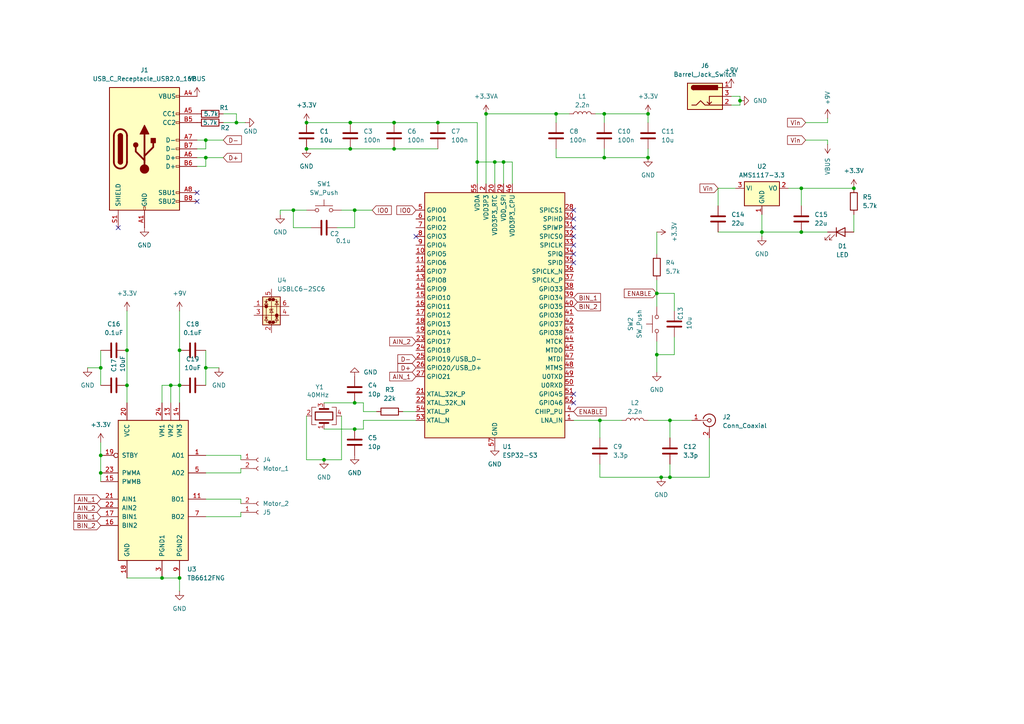
<source format=kicad_sch>
(kicad_sch (version 20231120) (generator "eeschema") (generator_version "8.0")
  (paper "A4")
  (lib_symbols
    (symbol "Connector:Barrel_Jack_Switch" (pin_names hide)
      (property "Reference" "J" (at 0 5.334 0))
      (property "Value" "Barrel_Jack_Switch" (at 0 -5.08 0))
      (symbol "Barrel_Jack_Switch_0_1"
        (rectangle (start -5.08 3.81) (end 5.08 -3.81) (stroke (width 0.254)) (fill (type background)))
        (arc (start -3.302 3.175) (mid -3.9343 2.54) (end -3.302 1.905) (stroke (width 0.254)))
        (arc (start -3.302 3.175) (mid -3.9343 2.54) (end -3.302 1.905) (stroke (width 0.254)) (fill (type outline)))
        (polyline (pts (xy 1.27 -2.286) (xy 1.905 -1.651)) (stroke (width 0.254)))
        (polyline (pts (xy 5.08 2.54) (xy 3.81 2.54)) (stroke (width 0.254)))
        (polyline (pts (xy 5.08 0) (xy 1.27 0) (xy 1.27 -2.286) (xy 0.635 -1.651)) (stroke (width 0.254)))
        (polyline (pts (xy -3.81 -2.54) (xy -2.54 -2.54) (xy -1.27 -1.27) (xy 0 -2.54) (xy 2.54 -2.54) (xy 5.08 -2.54)) (stroke (width 0.254)))
        (rectangle (start 3.683 3.175) (end -3.302 1.905) (stroke (width 0.254)) (fill (type outline)))
      )
      (symbol "Barrel_Jack_Switch_1_1"
        (pin passive line (at 7.62 2.54 180) (length 2.54) (name "~") (number "1"))
        (pin passive line (at 7.62 -2.54 180) (length 2.54) (name "~") (number "2"))
        (pin passive line (at 7.62 0 180) (length 2.54) (name "~") (number "3"))
      )
    )
    (symbol "Connector:Conn_01x02_Socket" (pin_names (offset 1.016) hide)
      (property "Reference" "J" (at 0 2.54 0))
      (property "Value" "Conn_01x02_Socket" (at 0 -5.08 0))
      (symbol "Conn_01x02_Socket_1_1"
        (arc (start 0 -2.032) (mid -0.5058 -2.54) (end 0 -3.048) (stroke (width 0.1524)))
        (polyline (pts (xy -1.27 -2.54) (xy -0.508 -2.54)) (stroke (width 0.1524)))
        (polyline (pts (xy -1.27 0) (xy -0.508 0)) (stroke (width 0.1524)))
        (arc (start 0 0.508) (mid -0.5058 0) (end 0 -0.508) (stroke (width 0.1524)))
        (pin passive line (at -5.08 0 0) (length 3.81) (name "Pin_1") (number "1"))
        (pin passive line (at -5.08 -2.54 0) (length 3.81) (name "Pin_2") (number "2"))
      )
    )
    (symbol "Connector:Conn_Coaxial" (pin_names (offset 1.016) hide)
      (property "Reference" "J" (at 0.254 3.048 0))
      (property "Value" "Conn_Coaxial" (at 2.921 0 90))
      (symbol "Conn_Coaxial_0_1"
        (arc (start -1.778 -0.508) (mid 0.2311 -1.8066) (end 1.778 0) (stroke (width 0.254)))
        (polyline (pts (xy -2.54 0) (xy -0.508 0)))
        (polyline (pts (xy 0 -2.54) (xy 0 -1.778)))
        (circle (center 0 0) (radius 0.508) (stroke (width 0.2032)))
        (arc (start 1.778 0) (mid 0.2099 1.8101) (end -1.778 0.508) (stroke (width 0.254)))
      )
      (symbol "Conn_Coaxial_1_1"
        (pin passive line (at -5.08 0 0) (length 2.54) (name "In") (number "1"))
        (pin passive line (at 0 -5.08 90) (length 2.54) (name "Ext") (number "2"))
      )
    )
    (symbol "Connector:USB_C_Receptacle_USB2.0_16P" (pin_names (offset 1.016))
      (property "Reference" "J" (at 0 22.225 0))
      (property "Value" "USB_C_Receptacle_USB2.0_16P" (at 0 19.685 0))
      (symbol "USB_C_Receptacle_USB2.0_16P_0_0"
        (rectangle (start -0.254 -17.78) (end 0.254 -16.764))
        (rectangle (start 10.16 -14.986) (end 9.144 -15.494))
        (rectangle (start 10.16 -12.446) (end 9.144 -12.954))
        (rectangle (start 10.16 -4.826) (end 9.144 -5.334))
        (rectangle (start 10.16 -2.286) (end 9.144 -2.794))
        (rectangle (start 10.16 0.254) (end 9.144 -0.254))
        (rectangle (start 10.16 2.794) (end 9.144 2.286))
        (rectangle (start 10.16 7.874) (end 9.144 7.366))
        (rectangle (start 10.16 10.414) (end 9.144 9.906))
        (rectangle (start 10.16 15.494) (end 9.144 14.986))
      )
      (symbol "USB_C_Receptacle_USB2.0_16P_0_1"
        (rectangle (start -10.16 17.78) (end 10.16 -17.78) (stroke (width 0.254)) (fill (type background)))
        (arc (start -8.89 -3.81) (mid -6.985 -5.7067) (end -5.08 -3.81) (stroke (width 0.508)))
        (arc (start -7.62 -3.81) (mid -6.985 -4.4423) (end -6.35 -3.81) (stroke (width 0.254)))
        (arc (start -7.62 -3.81) (mid -6.985 -4.4423) (end -6.35 -3.81) (stroke (width 0.254)) (fill (type outline)))
        (rectangle (start -7.62 -3.81) (end -6.35 3.81) (stroke (width 0.254)) (fill (type outline)))
        (arc (start -6.35 3.81) (mid -6.985 4.4423) (end -7.62 3.81) (stroke (width 0.254)))
        (arc (start -6.35 3.81) (mid -6.985 4.4423) (end -7.62 3.81) (stroke (width 0.254)) (fill (type outline)))
        (arc (start -5.08 3.81) (mid -6.985 5.7067) (end -8.89 3.81) (stroke (width 0.508)))
        (circle (center -2.54 1.143) (radius 0.635) (stroke (width 0.254)) (fill (type outline)))
        (circle (center 0 -5.842) (radius 1.27) (fill (type outline)))
        (polyline (pts (xy -8.89 -3.81) (xy -8.89 3.81)) (stroke (width 0.508)))
        (polyline (pts (xy -5.08 3.81) (xy -5.08 -3.81)) (stroke (width 0.508)))
        (polyline (pts (xy 0 -5.842) (xy 0 4.318)) (stroke (width 0.508)))
        (polyline (pts (xy 0 -3.302) (xy -2.54 -0.762) (xy -2.54 0.508)) (stroke (width 0.508)))
        (polyline (pts (xy 0 -2.032) (xy 2.54 0.508) (xy 2.54 1.778)) (stroke (width 0.508)))
        (polyline (pts (xy -1.27 4.318) (xy 0 6.858) (xy 1.27 4.318) (xy -1.27 4.318)) (stroke (width 0.254)) (fill (type outline)))
        (rectangle (start 1.905 1.778) (end 3.175 3.048) (stroke (width 0.254)) (fill (type outline)))
      )
      (symbol "USB_C_Receptacle_USB2.0_16P_1_1"
        (pin passive line (at 0 -22.86 90) (length 5.08) (name "GND") (number "A1"))
        (pin passive line (at 0 -22.86 90) (length 5.08) hide (name "GND") (number "A12"))
        (pin passive line (at 15.24 15.24 180) (length 5.08) (name "VBUS") (number "A4"))
        (pin bidirectional line (at 15.24 10.16 180) (length 5.08) (name "CC1") (number "A5"))
        (pin bidirectional line (at 15.24 -2.54 180) (length 5.08) (name "D+") (number "A6"))
        (pin bidirectional line (at 15.24 2.54 180) (length 5.08) (name "D-") (number "A7"))
        (pin bidirectional line (at 15.24 -12.7 180) (length 5.08) (name "SBU1") (number "A8"))
        (pin passive line (at 15.24 15.24 180) (length 5.08) hide (name "VBUS") (number "A9"))
        (pin passive line (at 0 -22.86 90) (length 5.08) hide (name "GND") (number "B1"))
        (pin passive line (at 0 -22.86 90) (length 5.08) hide (name "GND") (number "B12"))
        (pin passive line (at 15.24 15.24 180) (length 5.08) hide (name "VBUS") (number "B4"))
        (pin bidirectional line (at 15.24 7.62 180) (length 5.08) (name "CC2") (number "B5"))
        (pin bidirectional line (at 15.24 -5.08 180) (length 5.08) (name "D+") (number "B6"))
        (pin bidirectional line (at 15.24 0 180) (length 5.08) (name "D-") (number "B7"))
        (pin bidirectional line (at 15.24 -15.24 180) (length 5.08) (name "SBU2") (number "B8"))
        (pin passive line (at 15.24 15.24 180) (length 5.08) hide (name "VBUS") (number "B9"))
        (pin passive line (at -7.62 -22.86 90) (length 5.08) (name "SHIELD") (number "S1"))
      )
    )
    (symbol "Device:C" (pin_numbers hide) (pin_names (offset 0.254))
      (property "Reference" "C" (at 0.635 2.54 0))
      (property "Value" "C" (at 0.635 -2.54 0))
      (symbol "C_0_1"
        (polyline (pts (xy -2.032 -0.762) (xy 2.032 -0.762)) (stroke (width 0.508)))
        (polyline (pts (xy -2.032 0.762) (xy 2.032 0.762)) (stroke (width 0.508)))
      )
      (symbol "C_1_1"
        (pin passive line (at 0 3.81 270) (length 2.794) (name "~") (number "1"))
        (pin passive line (at 0 -3.81 90) (length 2.794) (name "~") (number "2"))
      )
    )
    (symbol "Device:Crystal_GND24" (pin_names (offset 1.016) hide)
      (property "Reference" "Y" (at 3.175 5.08 0))
      (property "Value" "Crystal_GND24" (at 3.175 3.175 0))
      (symbol "Crystal_GND24_0_1"
        (rectangle (start -1.143 2.54) (end 1.143 -2.54) (stroke (width 0.3048)))
        (polyline (pts (xy -2.54 0) (xy -2.032 0)))
        (polyline (pts (xy -2.032 -1.27) (xy -2.032 1.27)) (stroke (width 0.508)))
        (polyline (pts (xy 0 -3.81) (xy 0 -3.556)))
        (polyline (pts (xy 0 3.556) (xy 0 3.81)))
        (polyline (pts (xy 2.032 -1.27) (xy 2.032 1.27)) (stroke (width 0.508)))
        (polyline (pts (xy 2.032 0) (xy 2.54 0)))
        (polyline (pts (xy -2.54 -2.286) (xy -2.54 -3.556) (xy 2.54 -3.556) (xy 2.54 -2.286)))
        (polyline (pts (xy -2.54 2.286) (xy -2.54 3.556) (xy 2.54 3.556) (xy 2.54 2.286)))
      )
      (symbol "Crystal_GND24_1_1"
        (pin passive line (at -3.81 0 0) (length 1.27) (name "1") (number "1"))
        (pin passive line (at 0 5.08 270) (length 1.27) (name "2") (number "2"))
        (pin passive line (at 3.81 0 180) (length 1.27) (name "3") (number "3"))
        (pin passive line (at 0 -5.08 90) (length 1.27) (name "4") (number "4"))
      )
    )
    (symbol "Device:L" (pin_numbers hide) (pin_names (offset 1.016) hide)
      (property "Reference" "L" (at -1.27 0 90))
      (property "Value" "L" (at 1.905 0 90))
      (symbol "L_0_1"
        (arc (start 0 -2.54) (mid 0.6323 -1.905) (end 0 -1.27))
        (arc (start 0 -1.27) (mid 0.6323 -0.635) (end 0 0))
        (arc (start 0 0) (mid 0.6323 0.635) (end 0 1.27))
        (arc (start 0 1.27) (mid 0.6323 1.905) (end 0 2.54))
      )
      (symbol "L_1_1"
        (pin passive line (at 0 3.81 270) (length 1.27) (name "1") (number "1"))
        (pin passive line (at 0 -3.81 90) (length 1.27) (name "2") (number "2"))
      )
    )
    (symbol "Device:LED" (pin_numbers hide) (pin_names (offset 1.016) hide)
      (property "Reference" "D" (at 0 2.54 0))
      (property "Value" "LED" (at 0 -2.54 0))
      (symbol "LED_0_1"
        (polyline (pts (xy -1.27 -1.27) (xy -1.27 1.27)) (stroke (width 0.254)))
        (polyline (pts (xy -1.27 0) (xy 1.27 0)))
        (polyline (pts (xy 1.27 -1.27) (xy 1.27 1.27) (xy -1.27 0) (xy 1.27 -1.27)) (stroke (width 0.254)))
        (polyline (pts (xy -3.048 -0.762) (xy -4.572 -2.286) (xy -3.81 -2.286) (xy -4.572 -2.286) (xy -4.572 -1.524)))
        (polyline (pts (xy -1.778 -0.762) (xy -3.302 -2.286) (xy -2.54 -2.286) (xy -3.302 -2.286) (xy -3.302 -1.524)))
      )
      (symbol "LED_1_1"
        (pin passive line (at -3.81 0 0) (length 2.54) (name "K") (number "1"))
        (pin passive line (at 3.81 0 180) (length 2.54) (name "A") (number "2"))
      )
    )
    (symbol "Device:R" (pin_numbers hide) (pin_names (offset 0))
      (property "Reference" "R" (at 2.032 0 90))
      (property "Value" "R" (at 0 0 90))
      (symbol "R_0_1"
        (rectangle (start -1.016 -2.54) (end 1.016 2.54) (stroke (width 0.254)))
      )
      (symbol "R_1_1"
        (pin passive line (at 0 3.81 270) (length 1.27) (name "~") (number "1"))
        (pin passive line (at 0 -3.81 90) (length 1.27) (name "~") (number "2"))
      )
    )
    (symbol "Driver_Motor:TB6612FNG" (pin_names (offset 1.016))
      (property "Reference" "U" (at 11.43 17.78 0))
      (property "Value" "TB6612FNG" (at 11.43 15.24 0))
      (symbol "TB6612FNG_0_1"
        (rectangle (start -10.16 20.32) (end 10.16 -20.32) (stroke (width 0.254)) (fill (type background)))
      )
      (symbol "TB6612FNG_1_1"
        (pin output line (at 15.24 10.16 180) (length 5.08) (name "AO1") (number "1"))
        (pin passive line (at 7.62 -25.4 90) (length 5.08) hide (name "PGND2") (number "10"))
        (pin output line (at 15.24 -2.54 180) (length 5.08) (name "BO1") (number "11"))
        (pin passive line (at 15.24 -2.54 180) (length 5.08) hide (name "BO1") (number "12"))
        (pin power_in line (at 5.08 25.4 270) (length 5.08) (name "VM2") (number "13"))
        (pin power_in line (at 7.62 25.4 270) (length 5.08) (name "VM3") (number "14"))
        (pin input line (at -15.24 2.54 0) (length 5.08) (name "PWMB") (number "15"))
        (pin input line (at -15.24 -10.16 0) (length 5.08) (name "BIN2") (number "16"))
        (pin input line (at -15.24 -7.62 0) (length 5.08) (name "BIN1") (number "17"))
        (pin power_in line (at -7.62 -25.4 90) (length 5.08) (name "GND") (number "18"))
        (pin input inverted (at -15.24 10.16 0) (length 5.08) (name "STBY") (number "19"))
        (pin passive line (at 15.24 10.16 180) (length 5.08) hide (name "AO1") (number "2"))
        (pin power_in line (at -7.62 25.4 270) (length 5.08) (name "VCC") (number "20"))
        (pin input line (at -15.24 -2.54 0) (length 5.08) (name "AIN1") (number "21"))
        (pin input line (at -15.24 -5.08 0) (length 5.08) (name "AIN2") (number "22"))
        (pin input line (at -15.24 5.08 0) (length 5.08) (name "PWMA") (number "23"))
        (pin power_in line (at 2.54 25.4 270) (length 5.08) (name "VM1") (number "24"))
        (pin power_in line (at 2.54 -25.4 90) (length 5.08) (name "PGND1") (number "3"))
        (pin passive line (at 2.54 -25.4 90) (length 5.08) hide (name "PGND1") (number "4"))
        (pin output line (at 15.24 5.08 180) (length 5.08) (name "AO2") (number "5"))
        (pin passive line (at 15.24 5.08 180) (length 5.08) hide (name "AO2") (number "6"))
        (pin output line (at 15.24 -7.62 180) (length 5.08) (name "BO2") (number "7"))
        (pin passive line (at 15.24 -7.62 180) (length 5.08) hide (name "BO2") (number "8"))
        (pin power_in line (at 7.62 -25.4 90) (length 5.08) (name "PGND2") (number "9"))
      )
    )
    (symbol "MCU_Espressif:ESP32-S3"
      (property "Reference" "U" (at 10.16 -38.1 0))
      (property "Value" "ESP32-S3" (at 13.97 -40.64 0))
      (symbol "ESP32-S3_0_1"
        (rectangle (start -20.32 35.56) (end 20.32 -35.56) (stroke (width 0.254)) (fill (type background)))
      )
      (symbol "ESP32-S3_1_0"
        (pin bidirectional line (at 22.86 12.7 180) (length 2.54) (name "SPICLK_N") (number "36"))
        (pin bidirectional line (at 22.86 -10.16 180) (length 2.54) (name "MTDO") (number "45"))
        (pin bidirectional line (at 22.86 -22.86 180) (length 2.54) (name "GPIO45") (number "51"))
        (pin passive line (at -5.08 38.1 270) (length 2.54) hide (name "VDDA") (number "56"))
      )
      (symbol "ESP32-S3_1_1"
        (pin bidirectional line (at 22.86 -30.48 180) (length 2.54) (name "LNA_IN") (number "1"))
        (pin bidirectional line (at -22.86 17.78 0) (length 2.54) (name "GPIO5") (number "10"))
        (pin bidirectional line (at -22.86 15.24 0) (length 2.54) (name "GPIO6") (number "11"))
        (pin bidirectional line (at -22.86 12.7 0) (length 2.54) (name "GPIO7") (number "12"))
        (pin bidirectional line (at -22.86 10.16 0) (length 2.54) (name "GPIO8") (number "13"))
        (pin bidirectional line (at -22.86 7.62 0) (length 2.54) (name "GPIO9") (number "14"))
        (pin bidirectional line (at -22.86 5.08 0) (length 2.54) (name "GPIO10") (number "15"))
        (pin bidirectional line (at -22.86 2.54 0) (length 2.54) (name "GPIO11") (number "16"))
        (pin bidirectional line (at -22.86 0 0) (length 2.54) (name "GPIO12") (number "17"))
        (pin bidirectional line (at -22.86 -2.54 0) (length 2.54) (name "GPIO13") (number "18"))
        (pin bidirectional line (at -22.86 -5.08 0) (length 2.54) (name "GPIO14") (number "19"))
        (pin power_in line (at -2.54 38.1 270) (length 2.54) (name "VDD3P3") (number "2"))
        (pin power_in line (at 0 38.1 270) (length 2.54) (name "VDD3P3_RTC") (number "20"))
        (pin passive line (at -22.86 -22.86 0) (length 2.54) (name "XTAL_32K_P") (number "21"))
        (pin passive line (at -22.86 -25.4 0) (length 2.54) (name "XTAL_32K_N") (number "22"))
        (pin bidirectional line (at -22.86 -7.62 0) (length 2.54) (name "GPIO17") (number "23"))
        (pin bidirectional line (at -22.86 -10.16 0) (length 2.54) (name "GPIO18") (number "24"))
        (pin bidirectional line (at -22.86 -12.7 0) (length 2.54) (name "GPIO19/USB_D-") (number "25"))
        (pin bidirectional line (at -22.86 -15.24 0) (length 2.54) (name "GPIO20/USB_D+") (number "26"))
        (pin bidirectional line (at -22.86 -17.78 0) (length 2.54) (name "GPIO21") (number "27"))
        (pin bidirectional line (at 22.86 30.48 180) (length 2.54) (name "SPICS1") (number "28"))
        (pin power_in line (at 2.54 38.1 270) (length 2.54) (name "VDD_SPI") (number "29"))
        (pin passive line (at -2.54 38.1 270) (length 2.54) hide (name "VDD3P3") (number "3"))
        (pin bidirectional line (at 22.86 27.94 180) (length 2.54) (name "SPIHD") (number "30"))
        (pin bidirectional line (at 22.86 25.4 180) (length 2.54) (name "SPIWP") (number "31"))
        (pin bidirectional line (at 22.86 22.86 180) (length 2.54) (name "SPICS0") (number "32"))
        (pin bidirectional line (at 22.86 20.32 180) (length 2.54) (name "SPICLK") (number "33"))
        (pin bidirectional line (at 22.86 17.78 180) (length 2.54) (name "SPIQ") (number "34"))
        (pin bidirectional line (at 22.86 15.24 180) (length 2.54) (name "SPID") (number "35"))
        (pin bidirectional line (at 22.86 10.16 180) (length 2.54) (name "SPICLK_P") (number "37"))
        (pin bidirectional line (at 22.86 7.62 180) (length 2.54) (name "GPIO33") (number "38"))
        (pin bidirectional line (at 22.86 5.08 180) (length 2.54) (name "GPIO34") (number "39"))
        (pin input line (at 22.86 -27.94 180) (length 2.54) (name "CHIP_PU") (number "4"))
        (pin bidirectional line (at 22.86 2.54 180) (length 2.54) (name "GPIO35") (number "40"))
        (pin bidirectional line (at 22.86 0 180) (length 2.54) (name "GPIO36") (number "41"))
        (pin bidirectional line (at 22.86 -2.54 180) (length 2.54) (name "GPIO37") (number "42"))
        (pin bidirectional line (at 22.86 -5.08 180) (length 2.54) (name "GPIO38") (number "43"))
        (pin bidirectional line (at 22.86 -7.62 180) (length 2.54) (name "MTCK") (number "44"))
        (pin power_in line (at 5.08 38.1 270) (length 2.54) (name "VDD3P3_CPU") (number "46"))
        (pin bidirectional line (at 22.86 -12.7 180) (length 2.54) (name "MTDI") (number "47"))
        (pin bidirectional line (at 22.86 -15.24 180) (length 2.54) (name "MTMS") (number "48"))
        (pin bidirectional line (at 22.86 -17.78 180) (length 2.54) (name "U0TXD") (number "49"))
        (pin bidirectional line (at -22.86 30.48 0) (length 2.54) (name "GPIO0") (number "5"))
        (pin bidirectional line (at 22.86 -20.32 180) (length 2.54) (name "U0RXD") (number "50"))
        (pin bidirectional line (at 22.86 -25.4 180) (length 2.54) (name "GPIO46") (number "52"))
        (pin output line (at -22.86 -30.48 0) (length 2.54) (name "XTAL_N") (number "53"))
        (pin input line (at -22.86 -27.94 0) (length 2.54) (name "XTAL_P") (number "54"))
        (pin power_in line (at -5.08 38.1 270) (length 2.54) (name "VDDA") (number "55"))
        (pin power_in line (at 0 -38.1 90) (length 2.54) (name "GND") (number "57"))
        (pin bidirectional line (at -22.86 27.94 0) (length 2.54) (name "GPIO1") (number "6"))
        (pin bidirectional line (at -22.86 25.4 0) (length 2.54) (name "GPIO2") (number "7"))
        (pin bidirectional line (at -22.86 22.86 0) (length 2.54) (name "GPIO3") (number "8"))
        (pin bidirectional line (at -22.86 20.32 0) (length 2.54) (name "GPIO4") (number "9"))
      )
    )
    (symbol "Power_Protection:USBLC6-2SC6" (pin_names hide)
      (property "Reference" "U" (at 0.635 5.715 0))
      (property "Value" "USBLC6-2SC6" (at 0.635 3.81 0))
      (symbol "USBLC6-2SC6_0_0"
        (circle (center -1.524 0) (radius 0.0001) (stroke (width 0.508)))
        (circle (center -0.508 -4.572) (radius 0.0001) (stroke (width 0.508)))
        (circle (center -0.508 2.032) (radius 0.0001) (stroke (width 0.508)))
        (circle (center 0.508 -4.572) (radius 0.0001) (stroke (width 0.508)))
        (circle (center 0.508 2.032) (radius 0.0001) (stroke (width 0.508)))
        (circle (center 1.524 -2.54) (radius 0.0001) (stroke (width 0.508)))
      )
      (symbol "USBLC6-2SC6_0_1"
        (polyline (pts (xy -2.54 -2.54) (xy 2.54 -2.54)))
        (polyline (pts (xy -2.54 0) (xy 2.54 0)))
        (polyline (pts (xy -2.032 -3.048) (xy -1.016 -3.048)))
        (polyline (pts (xy -1.016 1.524) (xy -2.032 1.524)))
        (polyline (pts (xy 1.016 -3.048) (xy 2.032 -3.048)))
        (polyline (pts (xy 1.016 1.524) (xy 2.032 1.524)))
        (polyline (pts (xy -0.508 -1.143) (xy -0.508 -0.762) (xy 0.508 -0.762)))
        (polyline (pts (xy -2.032 0.508) (xy -1.016 0.508) (xy -1.524 1.524) (xy -2.032 0.508)))
        (polyline (pts (xy -1.016 -4.064) (xy -2.032 -4.064) (xy -1.524 -3.048) (xy -1.016 -4.064)))
        (polyline (pts (xy 0.508 -1.778) (xy -0.508 -1.778) (xy 0 -0.762) (xy 0.508 -1.778)))
        (polyline (pts (xy 2.032 -4.064) (xy 1.016 -4.064) (xy 1.524 -3.048) (xy 2.032 -4.064)))
        (polyline (pts (xy 2.032 0.508) (xy 1.016 0.508) (xy 1.524 1.524) (xy 2.032 0.508)))
        (polyline (pts (xy 0 2.54) (xy -0.508 2.032) (xy 0.508 2.032) (xy 0 1.524) (xy 0 -4.064) (xy -0.508 -4.572) (xy 0.508 -4.572) (xy 0 -5.08)))
      )
      (symbol "USBLC6-2SC6_1_1"
        (rectangle (start -2.54 2.794) (end 2.54 -5.334) (stroke (width 0.254)) (fill (type background)))
        (polyline (pts (xy -0.508 2.032) (xy -1.524 2.032) (xy -1.524 -4.572) (xy -0.508 -4.572)))
        (polyline (pts (xy 0.508 -4.572) (xy 1.524 -4.572) (xy 1.524 2.032) (xy 0.508 2.032)))
        (pin passive line (at -5.08 0 0) (length 2.54) (name "I/O1") (number "1"))
        (pin passive line (at 0 -7.62 90) (length 2.54) (name "GND") (number "2"))
        (pin passive line (at -5.08 -2.54 0) (length 2.54) (name "I/O2") (number "3"))
        (pin passive line (at 5.08 -2.54 180) (length 2.54) (name "I/O2") (number "4"))
        (pin passive line (at 0 5.08 270) (length 2.54) (name "VBUS") (number "5"))
        (pin passive line (at 5.08 0 180) (length 2.54) (name "I/O1") (number "6"))
      )
    )
    (symbol "Regulator_Linear:AMS1117-3.3"
      (property "Reference" "U" (at -3.81 3.175 0))
      (property "Value" "AMS1117-3.3" (at 0 3.175 0))
      (symbol "AMS1117-3.3_0_1"
        (rectangle (start -5.08 -5.08) (end 5.08 1.905) (stroke (width 0.254)) (fill (type background)))
      )
      (symbol "AMS1117-3.3_1_1"
        (pin power_in line (at 0 -7.62 90) (length 2.54) (name "GND") (number "1"))
        (pin power_out line (at 7.62 0 180) (length 2.54) (name "VO") (number "2"))
        (pin power_in line (at -7.62 0 0) (length 2.54) (name "VI") (number "3"))
      )
    )
    (symbol "Switch:SW_Push" (pin_numbers hide) (pin_names (offset 1.016) hide)
      (property "Reference" "SW" (at 1.27 2.54 0))
      (property "Value" "SW_Push" (at 0 -1.524 0))
      (symbol "SW_Push_0_1"
        (circle (center -2.032 0) (radius 0.508))
        (polyline (pts (xy 0 1.27) (xy 0 3.048)))
        (polyline (pts (xy 2.54 1.27) (xy -2.54 1.27)))
        (circle (center 2.032 0) (radius 0.508))
        (pin passive line (at -5.08 0 0) (length 2.54) (name "1") (number "1"))
        (pin passive line (at 5.08 0 180) (length 2.54) (name "2") (number "2"))
      )
    )
    (symbol "power:+3.3V" (power) (pin_numbers hide) (pin_names (offset 0) hide)
      (property "Value" "+3.3V" (at 0 3.556 0))
      (symbol "+3.3V_0_1"
        (polyline (pts (xy -0.762 1.27) (xy 0 2.54)))
        (polyline (pts (xy 0 0) (xy 0 2.54)))
        (polyline (pts (xy 0 2.54) (xy 0.762 1.27)))
      )
      (symbol "+3.3V_1_1"
        (pin power_in line (at 0 0 90) (length 0) (name "~") (number "1"))
      )
    )
    (symbol "power:+3.3VA" (power) (pin_numbers hide) (pin_names (offset 0) hide)
      (property "Value" "+3.3VA" (at 0 3.556 0))
      (symbol "+3.3VA_0_1"
        (polyline (pts (xy -0.762 1.27) (xy 0 2.54)))
        (polyline (pts (xy 0 0) (xy 0 2.54)))
        (polyline (pts (xy 0 2.54) (xy 0.762 1.27)))
      )
      (symbol "+3.3VA_1_1"
        (pin power_in line (at 0 0 90) (length 0) (name "~") (number "1"))
      )
    )
    (symbol "power:+9V" (power) (pin_numbers hide) (pin_names (offset 0) hide)
      (property "Value" "+9V" (at 0 3.556 0))
      (symbol "+9V_0_1"
        (polyline (pts (xy -0.762 1.27) (xy 0 2.54)))
        (polyline (pts (xy 0 0) (xy 0 2.54)))
        (polyline (pts (xy 0 2.54) (xy 0.762 1.27)))
      )
      (symbol "+9V_1_1"
        (pin power_in line (at 0 0 90) (length 0) (name "~") (number "1"))
      )
    )
    (symbol "power:GND" (power) (pin_numbers hide) (pin_names (offset 0) hide)
      (property "Value" "GND" (at 0 -3.81 0))
      (symbol "GND_0_1"
        (polyline (pts (xy 0 0) (xy 0 -1.27) (xy 1.27 -1.27) (xy 0 -2.54) (xy -1.27 -1.27) (xy 0 -1.27)))
      )
      (symbol "GND_1_1"
        (pin power_in line (at 0 0 270) (length 0) (name "~") (number "1"))
      )
    )
    (symbol "power:VBUS" (power) (pin_numbers hide) (pin_names (offset 0) hide)
      (property "Value" "VBUS" (at 0 3.556 0))
      (symbol "VBUS_0_1"
        (polyline (pts (xy -0.762 1.27) (xy 0 2.54)))
        (polyline (pts (xy 0 0) (xy 0 2.54)))
        (polyline (pts (xy 0 2.54) (xy 0.762 1.27)))
      )
      (symbol "VBUS_1_1"
        (pin power_in line (at 0 0 90) (length 0) (name "~") (number "1"))
      )
    )
  )
  (junction (at 59.69 45.72))
  (junction (at 190.5 102.87))
  (junction (at 36.83 101.6))
  (junction (at 214.63 29.21))
  (junction (at 146.05 46.99))
  (junction (at 29.21 132.08))
  (junction (at 29.21 106.68))
  (junction (at 175.26 45.72))
  (junction (at 191.77 138.43))
  (junction (at 194.31 138.43))
  (junction (at 143.51 46.99))
  (junction (at 36.83 111.76))
  (junction (at 46.99 167.64))
  (junction (at 49.53 111.76))
  (junction (at 114.3 43.18))
  (junction (at 101.6 35.56))
  (junction (at 68.58 35.56))
  (junction (at 102.87 124.46))
  (junction (at 88.9 35.56))
  (junction (at 85.09 60.96))
  (junction (at 138.43 46.99))
  (junction (at 220.98 67.31))
  (junction (at 88.9 43.18))
  (junction (at 59.69 106.68))
  (junction (at 187.96 45.72))
  (junction (at 52.07 101.6))
  (junction (at 102.87 116.84))
  (junction (at 194.31 121.92))
  (junction (at 247.65 54.61))
  (junction (at 59.69 40.64))
  (junction (at 29.21 137.16))
  (junction (at 52.07 167.64))
  (junction (at 101.6 43.18))
  (junction (at 173.99 121.92))
  (junction (at 127 35.56))
  (junction (at 161.29 33.02))
  (junction (at 232.41 54.61))
  (junction (at 114.3 35.56))
  (junction (at 102.87 60.96))
  (junction (at 52.07 111.76))
  (junction (at 93.98 133.35))
  (junction (at 190.5 85.09))
  (junction (at 187.96 33.02))
  (junction (at 140.97 33.02))
  (junction (at 232.41 67.31))
  (junction (at 175.26 33.02))
  (no_connect (at 166.37 76.2))
  (no_connect (at 57.15 55.88))
  (no_connect (at 166.37 73.66))
  (no_connect (at 166.37 116.84))
  (no_connect (at 57.15 58.42))
  (no_connect (at 34.29 66.04))
  (no_connect (at 166.37 71.12))
  (no_connect (at 166.37 63.5))
  (no_connect (at 120.65 68.58))
  (no_connect (at 166.37 114.3))
  (no_connect (at 166.37 68.58))
  (no_connect (at 166.37 66.04))
  (no_connect (at 166.37 60.96))
  (wire (pts (xy 214.63 27.94) (xy 214.63 29.21)))
  (wire (pts (xy 36.83 101.6) (xy 36.83 111.76)))
  (wire (pts (xy 214.63 30.48) (xy 214.63 29.21)))
  (wire (pts (xy 173.99 134.62) (xy 173.99 138.43)))
  (wire (pts (xy 190.5 67.31) (xy 190.5 73.66)))
  (wire (pts (xy 173.99 138.43) (xy 191.77 138.43)))
  (wire (pts (xy 105.41 116.84) (xy 105.41 119.38)))
  (wire (pts (xy 212.09 30.48) (xy 214.63 30.48)))
  (wire (pts (xy 59.69 48.26) (xy 59.69 45.72)))
  (wire (pts (xy 29.21 106.68) (xy 29.21 111.76)))
  (wire (pts (xy 194.31 121.92) (xy 194.31 127)))
  (wire (pts (xy 205.74 138.43) (xy 194.31 138.43)))
  (wire (pts (xy 127 35.56) (xy 138.43 35.56)))
  (wire (pts (xy 247.65 54.61) (xy 232.41 54.61)))
  (wire (pts (xy 233.68 40.64) (xy 240.03 40.64)))
  (wire (pts (xy 69.85 144.78) (xy 69.85 146.05)))
  (wire (pts (xy 46.99 111.76) (xy 49.53 111.76)))
  (wire (pts (xy 175.26 33.02) (xy 187.96 33.02)))
  (wire (pts (xy 68.58 35.56) (xy 71.12 35.56)))
  (wire (pts (xy 212.09 27.94) (xy 214.63 27.94)))
  (wire (pts (xy 190.5 102.87) (xy 190.5 99.06)))
  (wire (pts (xy 102.87 116.84) (xy 105.41 116.84)))
  (wire (pts (xy 97.79 66.04) (xy 102.87 66.04)))
  (wire (pts (xy 161.29 35.56) (xy 161.29 33.02)))
  (wire (pts (xy 208.28 67.31) (xy 220.98 67.31)))
  (wire (pts (xy 190.5 107.95) (xy 190.5 102.87)))
  (wire (pts (xy 93.98 124.46) (xy 102.87 124.46)))
  (wire (pts (xy 52.07 167.64) (xy 52.07 171.45)))
  (wire (pts (xy 232.41 54.61) (xy 232.41 59.69)))
  (wire (pts (xy 195.58 97.79) (xy 195.58 102.87)))
  (wire (pts (xy 140.97 33.02) (xy 140.97 53.34)))
  (wire (pts (xy 187.96 121.92) (xy 194.31 121.92)))
  (wire (pts (xy 190.5 85.09) (xy 190.5 81.28)))
  (wire (pts (xy 99.06 120.65) (xy 99.06 133.35)))
  (wire (pts (xy 36.83 111.76) (xy 36.83 116.84)))
  (wire (pts (xy 85.09 60.96) (xy 88.9 60.96)))
  (wire (pts (xy 59.69 101.6) (xy 59.69 106.68)))
  (wire (pts (xy 240.03 35.56) (xy 240.03 34.29)))
  (wire (pts (xy 59.69 137.16) (xy 69.85 137.16)))
  (wire (pts (xy 59.69 43.18) (xy 59.69 40.64)))
  (wire (pts (xy 228.6 54.61) (xy 232.41 54.61)))
  (wire (pts (xy 29.21 101.6) (xy 29.21 106.68)))
  (wire (pts (xy 187.96 45.72) (xy 187.96 43.18)))
  (wire (pts (xy 191.77 138.43) (xy 194.31 138.43)))
  (wire (pts (xy 57.15 40.64) (xy 59.69 40.64)))
  (wire (pts (xy 161.29 45.72) (xy 175.26 45.72)))
  (wire (pts (xy 220.98 62.23) (xy 220.98 67.31)))
  (wire (pts (xy 36.83 90.17) (xy 36.83 101.6)))
  (wire (pts (xy 175.26 35.56) (xy 175.26 33.02)))
  (wire (pts (xy 52.07 111.76) (xy 52.07 116.84)))
  (wire (pts (xy 173.99 121.92) (xy 173.99 127)))
  (wire (pts (xy 146.05 46.99) (xy 146.05 53.34)))
  (wire (pts (xy 85.09 66.04) (xy 85.09 60.96)))
  (wire (pts (xy 59.69 149.86) (xy 69.85 149.86)))
  (wire (pts (xy 138.43 46.99) (xy 138.43 53.34)))
  (wire (pts (xy 29.21 128.27) (xy 29.21 132.08)))
  (wire (pts (xy 25.4 106.68) (xy 29.21 106.68)))
  (wire (pts (xy 49.53 111.76) (xy 52.07 111.76)))
  (wire (pts (xy 166.37 121.92) (xy 173.99 121.92)))
  (wire (pts (xy 59.69 132.08) (xy 69.85 132.08)))
  (wire (pts (xy 57.15 45.72) (xy 59.69 45.72)))
  (wire (pts (xy 68.58 33.02) (xy 68.58 35.56)))
  (wire (pts (xy 195.58 90.17) (xy 195.58 85.09)))
  (wire (pts (xy 114.3 43.18) (xy 127 43.18)))
  (wire (pts (xy 88.9 43.18) (xy 101.6 43.18)))
  (wire (pts (xy 102.87 60.96) (xy 99.06 60.96)))
  (wire (pts (xy 59.69 40.64) (xy 64.77 40.64)))
  (wire (pts (xy 102.87 124.46) (xy 105.41 124.46)))
  (wire (pts (xy 59.69 144.78) (xy 69.85 144.78)))
  (wire (pts (xy 29.21 132.08) (xy 29.21 137.16)))
  (wire (pts (xy 146.05 46.99) (xy 143.51 46.99)))
  (wire (pts (xy 46.99 167.64) (xy 52.07 167.64)))
  (wire (pts (xy 175.26 45.72) (xy 187.96 45.72)))
  (wire (pts (xy 161.29 33.02) (xy 140.97 33.02)))
  (wire (pts (xy 175.26 33.02) (xy 172.72 33.02)))
  (wire (pts (xy 105.41 119.38) (xy 109.22 119.38)))
  (wire (pts (xy 165.1 33.02) (xy 161.29 33.02)))
  (wire (pts (xy 81.28 62.23) (xy 81.28 60.96)))
  (wire (pts (xy 99.06 133.35) (xy 93.98 133.35)))
  (wire (pts (xy 208.28 54.61) (xy 208.28 59.69)))
  (wire (pts (xy 175.26 45.72) (xy 175.26 43.18)))
  (wire (pts (xy 148.59 53.34) (xy 148.59 46.99)))
  (wire (pts (xy 190.5 85.09) (xy 195.58 85.09)))
  (wire (pts (xy 64.77 35.56) (xy 68.58 35.56)))
  (wire (pts (xy 69.85 132.08) (xy 69.85 133.35)))
  (wire (pts (xy 233.68 35.56) (xy 240.03 35.56)))
  (wire (pts (xy 220.98 67.31) (xy 220.98 68.58)))
  (wire (pts (xy 232.41 67.31) (xy 240.03 67.31)))
  (wire (pts (xy 59.69 106.68) (xy 63.5 106.68)))
  (wire (pts (xy 194.31 134.62) (xy 194.31 138.43)))
  (wire (pts (xy 190.5 85.09) (xy 190.5 88.9)))
  (wire (pts (xy 114.3 35.56) (xy 127 35.56)))
  (wire (pts (xy 81.28 60.96) (xy 85.09 60.96)))
  (wire (pts (xy 247.65 62.23) (xy 247.65 67.31)))
  (wire (pts (xy 148.59 46.99) (xy 146.05 46.99)))
  (wire (pts (xy 116.84 119.38) (xy 120.65 119.38)))
  (wire (pts (xy 59.69 106.68) (xy 59.69 111.76)))
  (wire (pts (xy 102.87 60.96) (xy 102.87 66.04)))
  (wire (pts (xy 138.43 35.56) (xy 138.43 46.99)))
  (wire (pts (xy 29.21 137.16) (xy 29.21 139.7)))
  (wire (pts (xy 240.03 40.64) (xy 240.03 41.91)))
  (wire (pts (xy 101.6 35.56) (xy 114.3 35.56)))
  (wire (pts (xy 88.9 133.35) (xy 88.9 120.65)))
  (wire (pts (xy 46.99 116.84) (xy 46.99 111.76)))
  (wire (pts (xy 161.29 45.72) (xy 161.29 43.18)))
  (wire (pts (xy 102.87 60.96) (xy 107.95 60.96)))
  (wire (pts (xy 143.51 46.99) (xy 138.43 46.99)))
  (wire (pts (xy 208.28 54.61) (xy 213.36 54.61)))
  (wire (pts (xy 52.07 90.17) (xy 52.07 101.6)))
  (wire (pts (xy 59.69 45.72) (xy 64.77 45.72)))
  (wire (pts (xy 93.98 116.84) (xy 102.87 116.84)))
  (wire (pts (xy 52.07 101.6) (xy 52.07 111.76)))
  (wire (pts (xy 195.58 102.87) (xy 190.5 102.87)))
  (wire (pts (xy 93.98 133.35) (xy 88.9 133.35)))
  (wire (pts (xy 105.41 121.92) (xy 120.65 121.92)))
  (wire (pts (xy 205.74 127) (xy 205.74 138.43)))
  (wire (pts (xy 69.85 149.86) (xy 69.85 148.59)))
  (wire (pts (xy 57.15 43.18) (xy 59.69 43.18)))
  (wire (pts (xy 105.41 124.46) (xy 105.41 121.92)))
  (wire (pts (xy 187.96 33.02) (xy 187.96 35.56)))
  (wire (pts (xy 90.17 66.04) (xy 85.09 66.04)))
  (wire (pts (xy 220.98 67.31) (xy 232.41 67.31)))
  (wire (pts (xy 64.77 33.02) (xy 68.58 33.02)))
  (wire (pts (xy 36.83 167.64) (xy 46.99 167.64)))
  (wire (pts (xy 173.99 121.92) (xy 180.34 121.92)))
  (wire (pts (xy 101.6 43.18) (xy 114.3 43.18)))
  (wire (pts (xy 69.85 137.16) (xy 69.85 135.89)))
  (wire (pts (xy 88.9 35.56) (xy 101.6 35.56)))
  (wire (pts (xy 143.51 46.99) (xy 143.51 53.34)))
  (wire (pts (xy 49.53 111.76) (xy 49.53 116.84)))
  (wire (pts (xy 194.31 121.92) (xy 200.66 121.92)))
  (wire (pts (xy 57.15 48.26) (xy 59.69 48.26)))
  (global_label "BIN_1" (shape input) (at 166.37 86.36 0) (property "Intersheetrefs" "${INTERSHEET_REFS}" (effects (hide yes))))
  (global_label "AIN_2" (shape input) (at 29.21 147.32 180) (property "Intersheetrefs" "${INTERSHEET_REFS}" (effects (hide yes))))
  (global_label "AIN_2" (shape input) (at 120.65 99.06 180) (property "Intersheetrefs" "${INTERSHEET_REFS}" (effects (hide yes))))
  (global_label "AIN_1" (shape input) (at 29.21 144.78 180) (property "Intersheetrefs" "${INTERSHEET_REFS}" (effects (hide yes))))
  (global_label "D-" (shape input) (at 64.77 40.64 0) (property "Intersheetrefs" "${INTERSHEET_REFS}" (effects (hide yes))))
  (global_label "Vin" (shape input) (at 233.68 35.56 180) (property "Intersheetrefs" "${INTERSHEET_REFS}" (effects (hide yes))))
  (global_label "BIN_2" (shape input) (at 166.37 88.9 0) (property "Intersheetrefs" "${INTERSHEET_REFS}" (effects (hide yes))))
  (global_label "D-" (shape input) (at 120.65 104.14 180) (property "Intersheetrefs" "${INTERSHEET_REFS}" (effects (hide yes))))
  (global_label "IO0" (shape input) (at 120.65 60.96 180) (property "Intersheetrefs" "${INTERSHEET_REFS}" (effects (hide yes))))
  (global_label "ENABLE" (shape input) (at 166.37 119.38 0) (property "Intersheetrefs" "${INTERSHEET_REFS}" (effects (hide yes))))
  (global_label "ENABLE" (shape input) (at 190.5 85.09 180) (property "Intersheetrefs" "${INTERSHEET_REFS}" (effects (hide yes))))
  (global_label "Vin" (shape input) (at 233.68 40.64 180) (property "Intersheetrefs" "${INTERSHEET_REFS}" (effects (hide yes))))
  (global_label "IO0" (shape input) (at 107.95 60.96 0) (property "Intersheetrefs" "${INTERSHEET_REFS}" (effects (hide yes))))
  (global_label "D+" (shape input) (at 64.77 45.72 0) (property "Intersheetrefs" "${INTERSHEET_REFS}" (effects (hide yes))))
  (global_label "BIN_1" (shape input) (at 29.21 149.86 180) (property "Intersheetrefs" "${INTERSHEET_REFS}" (effects (hide yes))))
  (global_label "BIN_2" (shape input) (at 29.21 152.4 180) (property "Intersheetrefs" "${INTERSHEET_REFS}" (effects (hide yes))))
  (global_label "D+" (shape input) (at 120.65 106.68 180) (property "Intersheetrefs" "${INTERSHEET_REFS}" (effects (hide yes))))
  (global_label "Vin" (shape input) (at 208.28 54.61 180) (property "Intersheetrefs" "${INTERSHEET_REFS}" (effects (hide yes))))
  (global_label "AIN_1" (shape input) (at 120.65 109.22 180) (property "Intersheetrefs" "${INTERSHEET_REFS}" (effects (hide yes))))
  (symbol (lib_id "Device:LED") (at 243.84 67.31 0) (unit 1)
    (property "Reference" "D1" (at 244.348 71.374 0))
    (property "Value" "LED" (at 244.348 73.914 0))
    (property "Footprint" "LED_SMD:LED_0805_2012Metric_Pad1.15x1.40mm_HandSolder" (effects (hide yes)))
    (property "Description" "Light emitting diode" (effects (hide yes)))
    (property "Type" "SMD" (effects (hide yes)))
  )
  (symbol (lib_id "Device:C") (at 102.87 128.27 0) (unit 1)
    (property "Reference" "C5" (at 106.68 126.9999 0) (effects (justify left)))
    (property "Value" "10p" (at 106.68 129.5399 0) (effects (justify left)))
    (property "Footprint" "Capacitor_SMD:C_0603_1608Metric" (effects (hide yes)))
    (property "Description" "Unpolarized capacitor" (effects (hide yes)))
  )
  (symbol (lib_id "Device:R") (at 60.96 35.56 270) (unit 1)
    (property "Reference" "R2" (at 65.278 37.084 90))
    (property "Value" "5.7k" (at 60.96 35.56 90))
    (property "Footprint" "Resistor_SMD:R_0805_2012Metric" (effects (hide yes)))
    (property "Description" "Resistor" (effects (hide yes)))
    (property "Type" "SMD" (effects (hide yes)))
  )
  (symbol (lib_id "Device:C") (at 208.28 63.5 0) (unit 1)
    (property "Reference" "C14" (at 212.09 62.2299 0) (effects (justify left)))
    (property "Value" "22u" (at 212.09 64.7699 0) (effects (justify left)))
    (property "Footprint" "Capacitor_SMD:C_1210_3225Metric" (effects (hide yes)))
    (property "Description" "Unpolarized capacitor" (effects (hide yes)))
    (property "Type" "SMD" (effects (hide yes)))
  )
  (symbol (lib_id "Connector:Barrel_Jack_Switch") (at 204.47 27.94 0) (unit 1)
    (property "Reference" "J6" (at 204.47 19.05 0))
    (property "Value" "Barrel_Jack_Switch" (at 204.47 21.59 0))
    (property "Footprint" "Connector_BarrelJack:BarrelJack_Horizontal" (effects (hide yes)))
    (property "Description" "DC Barrel Jack with an internal switch" (effects (hide yes)))
  )
  (symbol (lib_id "Device:C") (at 33.02 111.76 90) (unit 1)
    (property "Reference" "C17" (at 33.0199 107.95 0) (effects (justify left)))
    (property "Value" "10uF" (at 35.5599 107.95 0) (effects (justify left)))
    (property "Footprint" "Capacitor_SMD:C_0603_1608Metric" (effects (hide yes)))
    (property "Description" "Unpolarized capacitor" (effects (hide yes)))
  )
  (symbol (lib_id "power:GND") (at 41.91 66.04 0) (unit 1)
    (property "Reference" "#PWR01" (effects (hide yes)))
    (property "Value" "GND" (at 41.91 71.12 0))
    (property "Description" "Power symbol creates a global label with name \"GND\" , ground" (effects (hide yes)))
  )
  (symbol (lib_id "Device:C") (at 161.29 39.37 0) (unit 1)
    (property "Reference" "C8" (at 165.1 38.0999 0) (effects (justify left)))
    (property "Value" "100n" (at 165.1 40.6399 0) (effects (justify left)))
    (property "Footprint" "Capacitor_SMD:C_0402_1005Metric" (effects (hide yes)))
    (property "Description" "Unpolarized capacitor" (effects (hide yes)))
  )
  (symbol (lib_id "Connector:Conn_01x02_Socket") (at 74.93 148.59 0) (mirror x) (unit 1)
    (property "Reference" "J5" (at 76.2 148.5901 0) (effects (justify left)))
    (property "Value" "Motor_2" (at 76.2 146.0501 0) (effects (justify left)))
    (property "Footprint" "TerminalBlock_Phoenix:TerminalBlock_Phoenix_MPT-0,5-2-2.54_1x02_P2.54mm_Horizontal" (effects (hide yes)))
    (property "Description" "Generic connector, single row, 01x02, script generated" (effects (hide yes)))
  )
  (symbol (lib_id "power:GND") (at 191.77 138.43 0) (unit 1)
    (property "Reference" "#PWR016" (effects (hide yes)))
    (property "Value" "GND" (at 191.77 143.51 0))
    (property "Description" "Power symbol creates a global label with name \"GND\" , ground" (effects (hide yes)))
  )
  (symbol (lib_id "power:GND") (at 220.98 68.58 0) (unit 1)
    (property "Reference" "#PWR019" (effects (hide yes)))
    (property "Value" "GND" (at 220.98 73.66 0))
    (property "Description" "Power symbol creates a global label with name \"GND\" , ground" (effects (hide yes)))
  )
  (symbol (lib_id "Device:C") (at 173.99 130.81 0) (unit 1)
    (property "Reference" "C9" (at 177.8 129.5399 0) (effects (justify left)))
    (property "Value" "3.3p" (at 177.8 132.0799 0) (effects (justify left)))
    (property "Footprint" "Capacitor_SMD:C_0402_1005Metric" (effects (hide yes)))
    (property "Description" "Unpolarized capacitor" (effects (hide yes)))
  )
  (symbol (lib_id "power:+9V") (at 52.07 90.17 0) (unit 1)
    (property "Reference" "#PWR026" (effects (hide yes)))
    (property "Value" "+9V" (at 52.07 85.09 0))
    (property "Description" "Power symbol creates a global label with name \"+9V\"" (effects (hide yes)))
  )
  (symbol (lib_id "Device:C") (at 127 39.37 0) (unit 1)
    (property "Reference" "C7" (at 130.81 38.0999 0) (effects (justify left)))
    (property "Value" "100n" (at 130.81 40.6399 0) (effects (justify left)))
    (property "Footprint" "Capacitor_SMD:C_0402_1005Metric" (effects (hide yes)))
    (property "Description" "Unpolarized capacitor" (effects (hide yes)))
  )
  (symbol (lib_id "power:GND") (at 143.51 129.54 0) (unit 1)
    (property "Reference" "#PWR011" (effects (hide yes)))
    (property "Value" "GND" (at 143.51 134.62 0))
    (property "Description" "Power symbol creates a global label with name \"GND\" , ground" (effects (hide yes)))
  )
  (symbol (lib_id "Device:C") (at 93.98 66.04 270) (unit 1)
    (property "Reference" "C2" (at 97.028 67.818 90))
    (property "Value" "0.1u" (at 99.568 69.85 90))
    (property "Footprint" "Capacitor_SMD:C_0603_1608Metric" (effects (hide yes)))
    (property "Description" "Unpolarized capacitor" (effects (hide yes)))
    (property "Type" "SMD" (effects (hide yes)))
  )
  (symbol (lib_id "Regulator_Linear:AMS1117-3.3") (at 220.98 54.61 0) (unit 1)
    (property "Reference" "U2" (at 220.98 48.26 0))
    (property "Value" "AMS1117-3.3" (at 220.98 50.8 0))
    (property "Footprint" "Package_TO_SOT_SMD:SOT-223-3_TabPin2" (effects (hide yes)))
    (property "Datasheet" "http://www.advanced-monolithic.com/pdf/ds1117.pdf" (effects (hide yes)))
    (property "Description" "1A Low Dropout regulator, positive, 3.3V fixed output, SOT-223" (effects (hide yes)))
    (property "Type" "SMD" (effects (hide yes)))
  )
  (symbol (lib_id "Device:R") (at 190.5 77.47 0) (unit 1)
    (property "Reference" "R4" (at 193.04 76.1999 0) (effects (justify left)))
    (property "Value" "5.7k" (at 193.04 78.7399 0) (effects (justify left)))
    (property "Footprint" "Resistor_SMD:R_0805_2012Metric" (effects (hide yes)))
    (property "Description" "Resistor" (effects (hide yes)))
    (property "Type" "SMD" (effects (hide yes)))
  )
  (symbol (lib_id "Connector:Conn_Coaxial") (at 205.74 121.92 0) (unit 1)
    (property "Reference" "J2" (at 209.55 120.9431 0) (effects (justify left)))
    (property "Value" "Conn_Coaxial" (at 209.55 123.4831 0) (effects (justify left)))
    (property "Footprint" "Connector_Coaxial:SMA_Molex_73251-1153_EdgeMount_Horizontal" (effects (hide yes)))
    (property "Datasheet" " ~" (effects (hide yes)))
    (property "Description" "coaxial connector (BNC, SMA, SMB, SMC, Cinch/RCA, LEMO, ...)" (effects (hide yes)))
  )
  (symbol (lib_id "Device:C") (at 187.96 39.37 0) (unit 1)
    (property "Reference" "C11" (at 191.77 38.0999 0) (effects (justify left)))
    (property "Value" "10u" (at 191.77 40.6399 0) (effects (justify left)))
    (property "Footprint" "Capacitor_SMD:C_0603_1608Metric" (effects (hide yes)))
    (property "Description" "Unpolarized capacitor" (effects (hide yes)))
  )
  (symbol (lib_id "Device:C") (at 114.3 39.37 0) (unit 1)
    (property "Reference" "C6" (at 118.11 38.0999 0) (effects (justify left)))
    (property "Value" "100n" (at 118.11 40.6399 0) (effects (justify left)))
    (property "Footprint" "Capacitor_SMD:C_0402_1005Metric" (effects (hide yes)))
    (property "Description" "Unpolarized capacitor" (effects (hide yes)))
  )
  (symbol (lib_id "power:+3.3V") (at 88.9 35.56 0) (unit 1)
    (property "Reference" "#PWR05" (effects (hide yes)))
    (property "Value" "+3.3V" (at 88.9 30.48 0))
    (property "Description" "Power symbol creates a global label with name \"+3.3V\"" (effects (hide yes)))
  )
  (symbol (lib_id "Switch:SW_Push") (at 190.5 93.98 90) (unit 1)
    (property "Reference" "SW2" (at 182.88 93.98 0))
    (property "Value" "SW_Push" (at 185.42 93.98 0))
    (property "Footprint" "Button_Switch_SMD:SW_SPST_B3U-1000P" (effects (hide yes)))
    (property "Description" "Push button switch, generic, two pins" (effects (hide yes)))
    (property "Type" "SMD" (effects (hide yes)))
  )
  (symbol (lib_id "Device:R") (at 60.96 33.02 270) (unit 1)
    (property "Reference" "R1" (at 65.024 31.242 90))
    (property "Value" "5.7k" (at 61.214 33.02 90))
    (property "Footprint" "Resistor_SMD:R_0805_2012Metric" (effects (hide yes)))
    (property "Description" "Resistor" (effects (hide yes)))
    (property "Type" "SMD" (effects (hide yes)))
  )
  (symbol (lib_id "Switch:SW_Push") (at 93.98 60.96 0) (unit 1)
    (property "Reference" "SW1" (at 93.98 53.34 0))
    (property "Value" "SW_Push" (at 93.98 55.88 0))
    (property "Footprint" "Button_Switch_SMD:SW_SPST_B3U-1000P" (effects (hide yes)))
    (property "Description" "Push button switch, generic, two pins" (effects (hide yes)))
    (property "Type" "SMD" (effects (hide yes)))
  )
  (symbol (lib_id "Device:C") (at 55.88 101.6 90) (unit 1)
    (property "Reference" "C18" (at 55.88 93.98 90))
    (property "Value" "0.1uF" (at 55.88 96.52 90))
    (property "Footprint" "Capacitor_SMD:C_0603_1608Metric" (effects (hide yes)))
    (property "Description" "Unpolarized capacitor" (effects (hide yes)))
  )
  (symbol (lib_id "power:GND") (at 214.63 29.21 90) (mirror x) (unit 1)
    (property "Reference" "#PWR029" (effects (hide yes)))
    (property "Value" "GND" (at 218.44 29.2099 90) (effects (justify right)))
    (property "Description" "Power symbol creates a global label with name \"GND\" , ground" (effects (hide yes)))
  )
  (symbol (lib_id "Device:C") (at 33.02 101.6 90) (unit 1)
    (property "Reference" "C16" (at 33.02 93.98 90))
    (property "Value" "0.1uF" (at 33.02 96.52 90))
    (property "Footprint" "Capacitor_SMD:C_0603_1608Metric" (effects (hide yes)))
    (property "Description" "Unpolarized capacitor" (effects (hide yes)))
  )
  (symbol (lib_id "power:GND") (at 88.9 43.18 0) (unit 1)
    (property "Reference" "#PWR06" (effects (hide yes)))
    (property "Value" "GND" (at 88.9 48.26 0))
    (property "Description" "Power symbol creates a global label with name \"GND\" , ground" (effects (hide yes)))
  )
  (symbol (lib_id "power:+3.3V") (at 190.5 67.31 270) (unit 1)
    (property "Reference" "#PWR014" (effects (hide yes)))
    (property "Value" "+3.3V" (at 195.58 67.31 0))
    (property "Description" "Power symbol creates a global label with name \"+3.3V\"" (effects (hide yes)))
  )
  (symbol (lib_id "power:+3.3VA") (at 140.97 33.02 0) (unit 1)
    (property "Reference" "#PWR010" (effects (hide yes)))
    (property "Value" "+3.3VA" (at 140.97 27.94 0))
    (property "Description" "Power symbol creates a global label with name \"+3.3VA\"" (effects (hide yes)))
  )
  (symbol (lib_id "Device:C") (at 194.31 130.81 0) (unit 1)
    (property "Reference" "C12" (at 198.12 129.5399 0) (effects (justify left)))
    (property "Value" "3.3p" (at 198.12 132.0799 0) (effects (justify left)))
    (property "Footprint" "Capacitor_SMD:C_0402_1005Metric" (effects (hide yes)))
    (property "Description" "Unpolarized capacitor" (effects (hide yes)))
  )
  (symbol (lib_id "Device:R") (at 247.65 58.42 180) (unit 1)
    (property "Reference" "R5" (at 250.19 57.1499 0) (effects (justify right)))
    (property "Value" "5.7k" (at 250.19 59.6899 0) (effects (justify right)))
    (property "Footprint" "Resistor_SMD:R_0805_2012Metric" (effects (hide yes)))
    (property "Description" "Resistor" (effects (hide yes)))
    (property "Type" "SMD" (effects (hide yes)))
  )
  (symbol (lib_id "power:VBUS") (at 240.03 41.91 180) (unit 1)
    (property "Reference" "#PWR021" (effects (hide yes)))
    (property "Value" "VBUS" (at 240.0299 45.72 90) (effects (justify left)))
    (property "Description" "Power symbol creates a global label with name \"VBUS\"" (effects (hide yes)))
  )
  (symbol (lib_id "Device:C") (at 195.58 93.98 0) (unit 1)
    (property "Reference" "C13" (at 197.358 90.932 90))
    (property "Value" "10u" (at 199.898 93.726 90))
    (property "Footprint" "Capacitor_SMD:C_0603_1608Metric" (effects (hide yes)))
    (property "Description" "Unpolarized capacitor" (effects (hide yes)))
    (property "Type" "SMD" (effects (hide yes)))
  )
  (symbol (lib_id "Device:L") (at 184.15 121.92 90) (unit 1)
    (property "Reference" "L2" (at 184.15 116.84 90))
    (property "Value" "2.2n" (at 184.15 119.38 90))
    (property "Footprint" "Inductor_SMD:L_0402_1005Metric" (effects (hide yes)))
    (property "Description" "Inductor" (effects (hide yes)))
  )
  (symbol (lib_id "power:GND") (at 190.5 107.95 0) (unit 1)
    (property "Reference" "#PWR015" (effects (hide yes)))
    (property "Value" "GND" (at 190.5 113.03 0))
    (property "Description" "Power symbol creates a global label with name \"GND\" , ground" (effects (hide yes)))
  )
  (symbol (lib_id "Device:C") (at 101.6 39.37 0) (unit 1)
    (property "Reference" "C3" (at 105.41 38.0999 0) (effects (justify left)))
    (property "Value" "100n" (at 105.41 40.6399 0) (effects (justify left)))
    (property "Footprint" "Capacitor_SMD:C_0402_1005Metric" (effects (hide yes)))
    (property "Description" "Unpolarized capacitor" (effects (hide yes)))
  )
  (symbol (lib_id "power:GND") (at 187.96 45.72 0) (unit 1)
    (property "Reference" "#PWR013" (effects (hide yes)))
    (property "Value" "GND" (at 187.96 50.8 0))
    (property "Description" "Power symbol creates a global label with name \"GND\" , ground" (effects (hide yes)))
  )
  (symbol (lib_id "Connector:USB_C_Receptacle_USB2.0_16P") (at 41.91 43.18 0) (unit 1)
    (property "Reference" "J1" (at 41.91 20.32 0))
    (property "Value" "USB_C_Receptacle_USB2.0_16P" (at 41.91 22.86 0))
    (property "Footprint" "Connector_USB:USB_C_Receptacle_GCT_USB4105-xx-A_16P_TopMnt_Horizontal" (effects (hide yes)))
    (property "Datasheet" "https://www.usb.org/sites/default/files/documents/usb_type-c.zip" (effects (hide yes)))
    (property "Description" "USB 2.0-only 16P Type-C Receptacle connector" (effects (hide yes)))
  )
  (symbol (lib_id "Power_Protection:USBLC6-2SC6") (at 78.74 88.9 0) (unit 1)
    (property "Reference" "U4" (at 80.3911 81.28 0) (effects (justify left)))
    (property "Value" "USBLC6-2SC6" (at 80.3911 83.82 0) (effects (justify left)))
    (property "Footprint" "Package_TO_SOT_SMD:SOT-23-6" (effects (hide yes)))
    (property "Datasheet" "https://www.st.com/resource/en/datasheet/usblc6-2.pdf" (effects (hide yes)))
    (property "Description" "Very low capacitance ESD protection diode, 2 data-line, SOT-23-6" (effects (hide yes)))
  )
  (symbol (lib_id "Device:Crystal_GND24") (at 93.98 120.65 90) (unit 1)
    (property "Reference" "Y1" (at 92.71 112.268 90))
    (property "Value" "40MHz" (at 92.202 114.554 90))
    (property "Footprint" "Crystal:Crystal_SMD_2520-4Pin_2.5x2.0mm" (effects (hide yes)))
    (property "Description" "Four pin crystal, GND on pins 2 and 4" (effects (hide yes)))
  )
  (symbol (lib_id "power:GND") (at 25.4 106.68 0) (unit 1)
    (property "Reference" "#PWR023" (effects (hide yes)))
    (property "Value" "GND" (at 25.4 111.76 0))
    (property "Description" "Power symbol creates a global label with name \"GND\" , ground" (effects (hide yes)))
  )
  (symbol (lib_id "power:+3.3V") (at 29.21 128.27 0) (unit 1)
    (property "Reference" "#PWR024" (effects (hide yes)))
    (property "Value" "+3.3V" (at 29.21 123.19 0))
    (property "Description" "Power symbol creates a global label with name \"+3.3V\"" (effects (hide yes)))
  )
  (symbol (lib_id "Device:C") (at 175.26 39.37 0) (unit 1)
    (property "Reference" "C10" (at 179.07 38.0999 0) (effects (justify left)))
    (property "Value" "100n" (at 179.07 40.6399 0) (effects (justify left)))
    (property "Footprint" "Capacitor_SMD:C_0402_1005Metric" (effects (hide yes)))
    (property "Description" "Unpolarized capacitor" (effects (hide yes)))
  )
  (symbol (lib_id "MCU_Espressif:ESP32-S3") (at 143.51 91.44 0) (unit 1)
    (property "Reference" "U1" (at 145.7041 129.54 0) (effects (justify left)))
    (property "Value" "ESP32-S3" (at 145.7041 132.08 0) (effects (justify left)))
    (property "Footprint" "Package_DFN_QFN:QFN-56-1EP_7x7mm_P0.4mm_EP4x4mm" (effects (hide yes)))
    (property "Datasheet" "https://www.espressif.com/sites/default/files/documentation/esp32-s3_datasheet_en.pdf" (effects (hide yes)))
    (property "Description" "Microcontroller, Wi-Fi 802.11b/g/n, Bluetooth, 32bit" (effects (hide yes)))
  )
  (symbol (lib_id "power:GND") (at 93.98 133.35 0) (unit 1)
    (property "Reference" "#PWR07" (effects (hide yes)))
    (property "Value" "GND" (at 93.98 138.43 0))
    (property "Description" "Power symbol creates a global label with name \"GND\" , ground" (effects (hide yes)))
  )
  (symbol (lib_id "power:GND") (at 102.87 132.08 0) (unit 1)
    (property "Reference" "#PWR09" (effects (hide yes)))
    (property "Value" "GND" (at 102.87 137.16 0))
    (property "Description" "Power symbol creates a global label with name \"GND\" , ground" (effects (hide yes)))
  )
  (symbol (lib_id "Device:C") (at 88.9 39.37 0) (unit 1)
    (property "Reference" "C1" (at 92.71 38.0999 0) (effects (justify left)))
    (property "Value" "10u" (at 92.71 40.6399 0) (effects (justify left)))
    (property "Footprint" "Capacitor_SMD:C_0603_1608Metric" (effects (hide yes)))
    (property "Description" "Unpolarized capacitor" (effects (hide yes)))
  )
  (symbol (lib_id "Device:R") (at 113.03 119.38 90) (unit 1)
    (property "Reference" "R3" (at 113.03 113.03 90))
    (property "Value" "22k" (at 113.03 115.57 90))
    (property "Footprint" "Resistor_SMD:R_0402_1005Metric" (effects (hide yes)))
    (property "Description" "Resistor" (effects (hide yes)))
  )
  (symbol (lib_id "Device:L") (at 168.91 33.02 90) (unit 1)
    (property "Reference" "L1" (at 168.91 27.94 90))
    (property "Value" "2.2n" (at 168.91 30.48 90))
    (property "Footprint" "Inductor_SMD:L_0402_1005Metric" (effects (hide yes)))
    (property "Description" "Inductor" (effects (hide yes)))
  )
  (symbol (lib_id "power:+3.3V") (at 247.65 54.61 0) (unit 1)
    (property "Reference" "#PWR022" (effects (hide yes)))
    (property "Value" "+3.3V" (at 247.65 49.53 0))
    (property "Description" "Power symbol creates a global label with name \"+3.3V\"" (effects (hide yes)))
  )
  (symbol (lib_id "Device:C") (at 232.41 63.5 0) (unit 1)
    (property "Reference" "C15" (at 236.22 62.2299 0) (effects (justify left)))
    (property "Value" "22u" (at 236.22 64.7699 0) (effects (justify left)))
    (property "Footprint" "Capacitor_SMD:C_1210_3225Metric" (effects (hide yes)))
    (property "Description" "Unpolarized capacitor" (effects (hide yes)))
    (property "Type" "SMD" (effects (hide yes)))
  )
  (symbol (lib_id "power:GND") (at 81.28 62.23 0) (unit 1)
    (property "Reference" "#PWR04" (effects (hide yes)))
    (property "Value" "GND" (at 81.28 67.31 0))
    (property "Description" "Power symbol creates a global label with name \"GND\" , ground" (effects (hide yes)))
  )
  (symbol (lib_id "power:GND") (at 71.12 35.56 90) (unit 1)
    (property "Reference" "#PWR03" (effects (hide yes)))
    (property "Value" "GND" (at 70.612 38.1 90) (effects (justify right)))
    (property "Description" "Power symbol creates a global label with name \"GND\" , ground" (effects (hide yes)))
  )
  (symbol (lib_id "Connector:Conn_01x02_Socket") (at 74.93 133.35 0) (unit 1)
    (property "Reference" "J4" (at 76.2 133.3499 0) (effects (justify left)))
    (property "Value" "Motor_1" (at 76.2 135.8899 0) (effects (justify left)))
    (property "Footprint" "TerminalBlock_Phoenix:TerminalBlock_Phoenix_MPT-0,5-2-2.54_1x02_P2.54mm_Horizontal" (effects (hide yes)))
    (property "Description" "Generic connector, single row, 01x02, script generated" (effects (hide yes)))
  )
  (symbol (lib_id "power:VBUS") (at 57.15 27.94 0) (unit 1)
    (property "Reference" "#PWR02" (effects (hide yes)))
    (property "Value" "VBUS" (at 57.15 22.86 0))
    (property "Description" "Power symbol creates a global label with name \"VBUS\"" (effects (hide yes)))
  )
  (symbol (lib_id "Device:C") (at 102.87 113.03 0) (unit 1)
    (property "Reference" "C4" (at 106.68 111.7599 0) (effects (justify left)))
    (property "Value" "10p" (at 106.68 114.2999 0) (effects (justify left)))
    (property "Footprint" "Capacitor_SMD:C_0603_1608Metric" (effects (hide yes)))
    (property "Description" "Unpolarized capacitor" (effects (hide yes)))
  )
  (symbol (lib_id "Driver_Motor:TB6612FNG") (at 44.45 142.24 0) (unit 1)
    (property "Reference" "U3" (at 54.2641 165.1 0) (effects (justify left)))
    (property "Value" "TB6612FNG" (at 54.2641 167.64 0) (effects (justify left)))
    (property "Footprint" "Package_SO:SSOP-24_5.3x8.2mm_P0.65mm" (effects (hide yes)))
    (property "Datasheet" "https://toshiba.semicon-storage.com/us/product/linear/motordriver/detail.TB6612FNG.html" (effects (hide yes)))
    (property "Description" "Driver IC for Dual DC motor, SSOP-24" (effects (hide yes)))
  )
  (symbol (lib_id "power:+3.3V") (at 36.83 90.17 0) (unit 1)
    (property "Reference" "#PWR025" (effects (hide yes)))
    (property "Value" "+3.3V" (at 36.83 85.09 0))
    (property "Description" "Power symbol creates a global label with name \"+3.3V\"" (effects (hide yes)))
  )
  (symbol (lib_id "power:GND") (at 52.07 171.45 0) (unit 1)
    (property "Reference" "#PWR027" (effects (hide yes)))
    (property "Value" "GND" (at 52.07 176.53 0))
    (property "Description" "Power symbol creates a global label with name \"GND\" , ground" (effects (hide yes)))
  )
  (symbol (lib_id "power:GND") (at 102.87 109.22 180) (unit 1)
    (property "Reference" "#PWR08" (effects (hide yes)))
    (property "Value" "GND" (at 105.41 107.9499 0) (effects (justify right)))
    (property "Description" "Power symbol creates a global label with name \"GND\" , ground" (effects (hide yes)))
  )
  (symbol (lib_id "Device:C") (at 55.88 111.76 90) (unit 1)
    (property "Reference" "C19" (at 55.88 104.14 90))
    (property "Value" "10uF" (at 55.88 106.68 90))
    (property "Footprint" "Capacitor_SMD:C_0603_1608Metric" (effects (hide yes)))
    (property "Description" "Unpolarized capacitor" (effects (hide yes)))
  )
  (symbol (lib_id "power:+9V") (at 240.03 34.29 0) (unit 1)
    (property "Reference" "#PWR020" (effects (hide yes)))
    (property "Value" "+9V" (at 240.0299 30.48 90) (effects (justify left)))
    (property "Description" "Power symbol creates a global label with name \"+9V\"" (effects (hide yes)))
  )
  (symbol (lib_id "power:GND") (at 63.5 106.68 0) (unit 1)
    (property "Reference" "#PWR028" (effects (hide yes)))
    (property "Value" "GND" (at 63.5 111.76 0))
    (property "Description" "Power symbol creates a global label with name \"GND\" , ground" (effects (hide yes)))
  )
  (symbol (lib_id "power:+3.3V") (at 187.96 33.02 0) (unit 1)
    (property "Reference" "#PWR012" (effects (hide yes)))
    (property "Value" "+3.3V" (at 187.96 27.94 0))
    (property "Description" "Power symbol creates a global label with name \"+3.3V\"" (effects (hide yes)))
  )
  (symbol (lib_id "power:+9V") (at 212.09 25.4 0) (mirror y) (unit 1)
    (property "Reference" "#PWR030" (effects (hide yes)))
    (property "Value" "+9V" (at 212.09 20.32 0))
    (property "Description" "Power symbol creates a global label with name \"+9V\"" (effects (hide yes)))
  )
)
</source>
